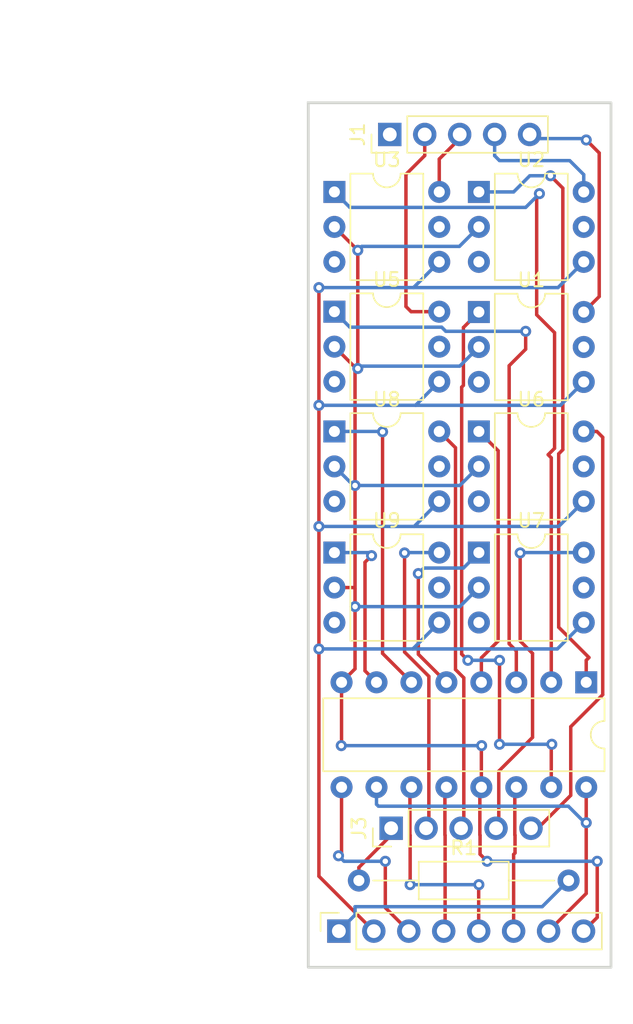
<source format=kicad_pcb>
(kicad_pcb (version 20211014) (generator pcbnew)
  (layers (0 "F.Cu" signal) (31 "B.Cu" signal) (34 "B.Paste" user) (35 "F.Paste" user) (36 "B.SilkS" user "B.Silkscreen") (37 "F.SilkS" user "F.Silkscreen") (38 "B.Mask" user) (39 "F.Mask" user) (44 "Edge.Cuts" user))
  (net 0 "")
  (net 4 "Net-(J1-Pad2)")
  (net 5 "Net-(J1-Pad3)")
  (net 6 "Net-(J1-Pad4)")
  (net 7 "Net-(J1-Pad5)")
  (net 8 "VAC")
  (net 9 "AC")
  (net 10 "Net-(J2-Pad3)")
  (net 11 "Net-(J2-Pad4)")
  (net 12 "Net-(J2-Pad5)")
  (net 13 "Net-(J2-Pad6)")
  (net 14 "+5V")
  (net 15 "GND")
  (net 16 "Net-(J3-Pad1)")
  (net 17 "Net-(J3-Pad2)")
  (net 18 "Net-(J3-Pad3)")
  (net 19 "Net-(J3-Pad4)")
  (net 20 "Net-(J3-Pad5)")
  (net 21 "Net-(U2-Pad1)")
  (net 22 "Net-(U3-Pad1)")
  (net 23 "Net-(U4-Pad3)")
  (net 24 "Net-(U4-Pad4)")
  (net 25 "Net-(U4-Pad5)")
  (net 26 "Net-(U4-Pad6)")
  (net 27 "Net-(U4-Pad7)")
  (net 28 "Net-(U1-Pad1)")
  (footprint "Package_DIP:DIP-6_W7.62mm" (layer "F.Cu") (at 141.9 87.6)
    (fp_text reference "U1" (at 3.81 -2.33) (layer "F.SilkS"))
    (fp_text value "MOC3021M")
    (fp_line (start 6.46 6.41) (end 6.46 -1.33) (layer "F.SilkS") (width 0.12))
    (fp_line (start 1.16 6.41) (end 6.46 6.41) (layer "F.SilkS") (width 0.12))
    (fp_line (start 1.16 -1.33) (end 1.16 6.41) (layer "F.SilkS") (width 0.12))
    (fp_line (start 6.46 -1.33) (end 4.81 -1.33) (layer "F.SilkS") (width 0.12))
    (fp_line (start 2.81 -1.33) (end 1.16 -1.33) (layer "F.SilkS") (width 0.12))
    (fp_arc (start 4.81 -1.33) (mid 3.81 -0.33) (end 2.81 -1.33) (layer "F.SilkS") (width 0.12))
    (pad "1" thru_hole rect (at 0 0) (size 1.6 1.6) (drill 0.8) (layers *.Cu *.Mask) (net 28 "Net-(U1-Pad1)"))
    (pad "2" thru_hole oval (at 0 2.54) (size 1.6 1.6) (drill 0.8) (layers *.Cu *.Mask) (net 15 "GND"))
    (pad "3" thru_hole oval (at 0 5.08) (size 1.6 1.6) (drill 0.8) (layers *.Cu *.Mask))
    (pad "4" thru_hole oval (at 7.62 5.08) (size 1.6 1.6) (drill 0.8) (layers *.Cu *.Mask) (net 9 "AC"))
    (pad "5" thru_hole oval (at 7.62 2.54) (size 1.6 1.6) (drill 0.8) (layers *.Cu *.Mask))
    (pad "6" thru_hole oval (at 7.62 0) (size 1.6 1.6) (drill 0.8) (layers *.Cu *.Mask) (net 7 "Net-(J1-Pad5)"))
  )
  (footprint "Connector_PinSocket_2.54mm:PinSocket_1x08_P2.54mm_Vertical" (layer "F.Cu") (at 131.725 132.575 90)
    (fp_text reference "J2" hide)
    (fp_text value "Conn_01x08_Male")
    (fp_line (start -1.33 19.11) (end 1.33 19.11) (layer "F.SilkS") (width 0.12))
    (fp_line (start 0 -1.33) (end 1.33 -1.33) (layer "F.SilkS") (width 0.12))
    (fp_line (start 1.33 -1.33) (end 1.33 0) (layer "F.SilkS") (width 0.12))
    (fp_line (start -1.33 1.27) (end 1.33 1.27) (layer "F.SilkS") (width 0.12))
    (fp_line (start 1.33 1.27) (end 1.33 19.11) (layer "F.SilkS") (width 0.12))
    (fp_line (start -1.33 1.27) (end -1.33 19.11) (layer "F.SilkS") (width 0.12))
    (pad "1" thru_hole rect (at 0 0 90) (size 1.7 1.7) (drill 1) (layers *.Cu *.Mask) (net 8 "VAC"))
    (pad "2" thru_hole oval (at 0 2.54 90) (size 1.7 1.7) (drill 1) (layers *.Cu *.Mask) (net 9 "AC"))
    (pad "3" thru_hole oval (at 0 5.08 90) (size 1.7 1.7) (drill 1) (layers *.Cu *.Mask) (net 10 "Net-(J2-Pad3)"))
    (pad "4" thru_hole oval (at 0 7.62 90) (size 1.7 1.7) (drill 1) (layers *.Cu *.Mask) (net 11 "Net-(J2-Pad4)"))
    (pad "5" thru_hole oval (at 0 10.16 90) (size 1.7 1.7) (drill 1) (layers *.Cu *.Mask) (net 12 "Net-(J2-Pad5)"))
    (pad "6" thru_hole oval (at 0 12.7 90) (size 1.7 1.7) (drill 1) (layers *.Cu *.Mask) (net 13 "Net-(J2-Pad6)"))
    (pad "7" thru_hole oval (at 0 15.24 90) (size 1.7 1.7) (drill 1) (layers *.Cu *.Mask) (net 14 "+5V"))
    (pad "8" thru_hole oval (at 0 17.78 90) (size 1.7 1.7) (drill 1) (layers *.Cu *.Mask) (net 15 "GND"))
  )
  (footprint "Package_DIP:DIP-6_W7.62mm" (layer "F.Cu") (at 141.9 105.075)
    (fp_text reference "U7" (at 3.81 -2.33) (layer "F.SilkS"))
    (fp_text value "MOC3021M")
    (fp_line (start 6.46 6.41) (end 6.46 -1.33) (layer "F.SilkS") (width 0.12))
    (fp_line (start 1.16 -1.33) (end 1.16 6.41) (layer "F.SilkS") (width 0.12))
    (fp_line (start 2.81 -1.33) (end 1.16 -1.33) (layer "F.SilkS") (width 0.12))
    (fp_line (start 6.46 -1.33) (end 4.81 -1.33) (layer "F.SilkS") (width 0.12))
    (fp_line (start 1.16 6.41) (end 6.46 6.41) (layer "F.SilkS") (width 0.12))
    (fp_arc (start 4.81 -1.33) (mid 3.81 -0.33) (end 2.81 -1.33) (layer "F.SilkS") (width 0.12))
    (pad "1" thru_hole rect (at 0 0) (size 1.6 1.6) (drill 0.8) (layers *.Cu *.Mask) (net 25 "Net-(U4-Pad5)"))
    (pad "2" thru_hole oval (at 0 2.54) (size 1.6 1.6) (drill 0.8) (layers *.Cu *.Mask) (net 15 "GND"))
    (pad "3" thru_hole oval (at 0 5.08) (size 1.6 1.6) (drill 0.8) (layers *.Cu *.Mask))
    (pad "4" thru_hole oval (at 7.62 5.08) (size 1.6 1.6) (drill 0.8) (layers *.Cu *.Mask) (net 9 "AC"))
    (pad "5" thru_hole oval (at 7.62 2.54) (size 1.6 1.6) (drill 0.8) (layers *.Cu *.Mask))
    (pad "6" thru_hole oval (at 7.62 0) (size 1.6 1.6) (drill 0.8) (layers *.Cu *.Mask) (net 19 "Net-(J3-Pad4)"))
  )
  (footprint "Package_DIP:DIP-6_W7.62mm" (layer "F.Cu") (at 131.4 105.075)
    (fp_text reference "U9" (at 3.81 -2.33) (layer "F.SilkS"))
    (fp_text value "MOC3021M")
    (fp_line (start 1.16 6.41) (end 6.46 6.41) (layer "F.SilkS") (width 0.12))
    (fp_line (start 1.16 -1.33) (end 1.16 6.41) (layer "F.SilkS") (width 0.12))
    (fp_line (start 2.81 -1.33) (end 1.16 -1.33) (layer "F.SilkS") (width 0.12))
    (fp_line (start 6.46 -1.33) (end 4.81 -1.33) (layer "F.SilkS") (width 0.12))
    (fp_line (start 6.46 6.41) (end 6.46 -1.33) (layer "F.SilkS") (width 0.12))
    (fp_arc (start 4.81 -1.33) (mid 3.81 -0.33) (end 2.81 -1.33) (layer "F.SilkS") (width 0.12))
    (pad "1" thru_hole rect (at 0 0) (size 1.6 1.6) (drill 0.8) (layers *.Cu *.Mask) (net 27 "Net-(U4-Pad7)"))
    (pad "2" thru_hole oval (at 0 2.54) (size 1.6 1.6) (drill 0.8) (layers *.Cu *.Mask) (net 15 "GND"))
    (pad "3" thru_hole oval (at 0 5.08) (size 1.6 1.6) (drill 0.8) (layers *.Cu *.Mask))
    (pad "4" thru_hole oval (at 7.62 5.08) (size 1.6 1.6) (drill 0.8) (layers *.Cu *.Mask) (net 9 "AC"))
    (pad "5" thru_hole oval (at 7.62 2.54) (size 1.6 1.6) (drill 0.8) (layers *.Cu *.Mask))
    (pad "6" thru_hole oval (at 7.62 0) (size 1.6 1.6) (drill 0.8) (layers *.Cu *.Mask) (net 17 "Net-(J3-Pad2)"))
  )
  (footprint "Resistor_THT:R_Axial_DIN0207_L6.3mm_D2.5mm_P15.24mm_Horizontal" (layer "F.Cu") (at 133.18 128.9)
    (fp_text reference "R1" (at 7.62 -2.37) (layer "F.SilkS"))
    (fp_text value "10K")
    (fp_line (start 14.2 0) (end 10.89 0) (layer "F.SilkS") (width 0.12))
    (fp_line (start 10.89 -1.37) (end 4.35 -1.37) (layer "F.SilkS") (width 0.12))
    (fp_line (start 4.35 -1.37) (end 4.35 1.37) (layer "F.SilkS") (width 0.12))
    (fp_line (start 1.04 0) (end 4.35 0) (layer "F.SilkS") (width 0.12))
    (fp_line (start 10.89 1.37) (end 10.89 -1.37) (layer "F.SilkS") (width 0.12))
    (fp_line (start 4.35 1.37) (end 10.89 1.37) (layer "F.SilkS") (width 0.12))
    (pad "1" thru_hole circle (at 0 0) (size 1.6 1.6) (drill 0.8) (layers *.Cu *.Mask) (net 16 "Net-(J3-Pad1)"))
    (pad "2" thru_hole oval (at 15.24 0) (size 1.6 1.6) (drill 0.8) (layers *.Cu *.Mask) (net 8 "VAC"))
  )
  (footprint "Package_DIP:DIP-6_W7.62mm" (layer "F.Cu") (at 141.9 78.875)
    (fp_text reference "U2" (at 3.81 -2.33) (layer "F.SilkS"))
    (fp_text value "MOC3021M")
    (fp_line (start 1.16 -1.33) (end 1.16 6.41) (layer "F.SilkS") (width 0.12))
    (fp_line (start 6.46 -1.33) (end 4.81 -1.33) (layer "F.SilkS") (width 0.12))
    (fp_line (start 1.16 6.41) (end 6.46 6.41) (layer "F.SilkS") (width 0.12))
    (fp_line (start 6.46 6.41) (end 6.46 -1.33) (layer "F.SilkS") (width 0.12))
    (fp_line (start 2.81 -1.33) (end 1.16 -1.33) (layer "F.SilkS") (width 0.12))
    (fp_arc (start 4.81 -1.33) (mid 3.81 -0.33) (end 2.81 -1.33) (layer "F.SilkS") (width 0.12))
    (pad "1" thru_hole rect (at 0 0) (size 1.6 1.6) (drill 0.8) (layers *.Cu *.Mask) (net 21 "Net-(U2-Pad1)"))
    (pad "2" thru_hole oval (at 0 2.54) (size 1.6 1.6) (drill 0.8) (layers *.Cu *.Mask) (net 15 "GND"))
    (pad "3" thru_hole oval (at 0 5.08) (size 1.6 1.6) (drill 0.8) (layers *.Cu *.Mask))
    (pad "4" thru_hole oval (at 7.62 5.08) (size 1.6 1.6) (drill 0.8) (layers *.Cu *.Mask) (net 9 "AC"))
    (pad "5" thru_hole oval (at 7.62 2.54) (size 1.6 1.6) (drill 0.8) (layers *.Cu *.Mask))
    (pad "6" thru_hole oval (at 7.62 0) (size 1.6 1.6) (drill 0.8) (layers *.Cu *.Mask) (net 6 "Net-(J1-Pad4)"))
  )
  (footprint "Package_DIP:DIP-6_W7.62mm" (layer "F.Cu") (at 131.4 96.275)
    (fp_text reference "U8" (at 3.81 -2.33) (layer "F.SilkS"))
    (fp_text value "MOC3021M")
    (fp_line (start 6.46 6.41) (end 6.46 -1.33) (layer "F.SilkS") (width 0.12))
    (fp_line (start 1.16 6.41) (end 6.46 6.41) (layer "F.SilkS") (width 0.12))
    (fp_line (start 6.46 -1.33) (end 4.81 -1.33) (layer "F.SilkS") (width 0.12))
    (fp_line (start 1.16 -1.33) (end 1.16 6.41) (layer "F.SilkS") (width 0.12))
    (fp_line (start 2.81 -1.33) (end 1.16 -1.33) (layer "F.SilkS") (width 0.12))
    (fp_arc (start 4.81 -1.33) (mid 3.81 -0.33) (end 2.81 -1.33) (layer "F.SilkS") (width 0.12))
    (pad "1" thru_hole rect (at 0 0) (size 1.6 1.6) (drill 0.8) (layers *.Cu *.Mask) (net 26 "Net-(U4-Pad6)"))
    (pad "2" thru_hole oval (at 0 2.54) (size 1.6 1.6) (drill 0.8) (layers *.Cu *.Mask) (net 15 "GND"))
    (pad "3" thru_hole oval (at 0 5.08) (size 1.6 1.6) (drill 0.8) (layers *.Cu *.Mask))
    (pad "4" thru_hole oval (at 7.62 5.08) (size 1.6 1.6) (drill 0.8) (layers *.Cu *.Mask) (net 9 "AC"))
    (pad "5" thru_hole oval (at 7.62 2.54) (size 1.6 1.6) (drill 0.8) (layers *.Cu *.Mask))
    (pad "6" thru_hole oval (at 7.62 0) (size 1.6 1.6) (drill 0.8) (layers *.Cu *.Mask) (net 18 "Net-(J3-Pad3)"))
  )
  (footprint "Connector_PinHeader_2.54mm:PinHeader_1x05_P2.54mm_Vertical" (layer "F.Cu") (at 135.525 125.1 90)
    (fp_text reference "J3" (at 0 -2.33 90) (layer "F.SilkS"))
    (fp_text value "Conn_01x05_Male")
    (fp_line (start -1.33 0) (end -1.33 -1.33) (layer "F.SilkS") (width 0.12))
    (fp_line (start -1.33 -1.33) (end 0 -1.33) (layer "F.SilkS") (width 0.12))
    (fp_line (start -1.33 1.27) (end -1.33 11.49) (layer "F.SilkS") (width 0.12))
    (fp_line (start -1.33 11.49) (end 1.33 11.49) (layer "F.SilkS") (width 0.12))
    (fp_line (start -1.33 1.27) (end 1.33 1.27) (layer "F.SilkS") (width 0.12))
    (fp_line (start 1.33 1.27) (end 1.33 11.49) (layer "F.SilkS") (width 0.12))
    (pad "1" thru_hole rect (at 0 0 90) (size 1.7 1.7) (drill 1) (layers *.Cu *.Mask) (net 16 "Net-(J3-Pad1)"))
    (pad "2" thru_hole oval (at 0 2.54 90) (size 1.7 1.7) (drill 1) (layers *.Cu *.Mask) (net 17 "Net-(J3-Pad2)"))
    (pad "3" thru_hole oval (at 0 5.08 90) (size 1.7 1.7) (drill 1) (layers *.Cu *.Mask) (net 18 "Net-(J3-Pad3)"))
    (pad "4" thru_hole oval (at 0 7.62 90) (size 1.7 1.7) (drill 1) (layers *.Cu *.Mask) (net 19 "Net-(J3-Pad4)"))
    (pad "5" thru_hole oval (at 0 10.16 90) (size 1.7 1.7) (drill 1) (layers *.Cu *.Mask) (net 20 "Net-(J3-Pad5)"))
  )
  (footprint "Package_DIP:DIP-6_W7.62mm" (layer "F.Cu") (at 141.9 96.275)
    (fp_text reference "U6" (at 3.81 -2.33) (layer "F.SilkS"))
    (fp_text value "MOC3021M")
    (fp_line (start 6.46 -1.33) (end 4.81 -1.33) (layer "F.SilkS") (width 0.12))
    (fp_line (start 1.16 -1.33) (end 1.16 6.41) (layer "F.SilkS") (width 0.12))
    (fp_line (start 2.81 -1.33) (end 1.16 -1.33) (layer "F.SilkS") (width 0.12))
    (fp_line (start 6.46 6.41) (end 6.46 -1.33) (layer "F.SilkS") (width 0.12))
    (fp_line (start 1.16 6.41) (end 6.46 6.41) (layer "F.SilkS") (width 0.12))
    (fp_arc (start 4.81 -1.33) (mid 3.81 -0.33) (end 2.81 -1.33) (layer "F.SilkS") (width 0.12))
    (pad "1" thru_hole rect (at 0 0) (size 1.6 1.6) (drill 0.8) (layers *.Cu *.Mask) (net 24 "Net-(U4-Pad4)"))
    (pad "2" thru_hole oval (at 0 2.54) (size 1.6 1.6) (drill 0.8) (layers *.Cu *.Mask) (net 15 "GND"))
    (pad "3" thru_hole oval (at 0 5.08) (size 1.6 1.6) (drill 0.8) (layers *.Cu *.Mask))
    (pad "4" thru_hole oval (at 7.62 5.08) (size 1.6 1.6) (drill 0.8) (layers *.Cu *.Mask) (net 9 "AC"))
    (pad "5" thru_hole oval (at 7.62 2.54) (size 1.6 1.6) (drill 0.8) (layers *.Cu *.Mask))
    (pad "6" thru_hole oval (at 7.62 0) (size 1.6 1.6) (drill 0.8) (layers *.Cu *.Mask) (net 20 "Net-(J3-Pad5)"))
  )
  (footprint "Package_DIP:DIP-6_W7.62mm" (layer "F.Cu") (at 131.4 87.575)
    (fp_text reference "U5" (at 3.81 -2.33) (layer "F.SilkS"))
    (fp_text value "MOC3021M")
    (fp_line (start 6.46 6.41) (end 6.46 -1.33) (layer "F.SilkS") (width 0.12))
    (fp_line (start 6.46 -1.33) (end 4.81 -1.33) (layer "F.SilkS") (width 0.12))
    (fp_line (start 1.16 -1.33) (end 1.16 6.41) (layer "F.SilkS") (width 0.12))
    (fp_line (start 2.81 -1.33) (end 1.16 -1.33) (layer "F.SilkS") (width 0.12))
    (fp_line (start 1.16 6.41) (end 6.46 6.41) (layer "F.SilkS") (width 0.12))
    (fp_arc (start 4.81 -1.33) (mid 3.81 -0.33) (end 2.81 -1.33) (layer "F.SilkS") (width 0.12))
    (pad "1" thru_hole rect (at 0 0) (size 1.6 1.6) (drill 0.8) (layers *.Cu *.Mask) (net 23 "Net-(U4-Pad3)"))
    (pad "2" thru_hole oval (at 0 2.54) (size 1.6 1.6) (drill 0.8) (layers *.Cu *.Mask) (net 15 "GND"))
    (pad "3" thru_hole oval (at 0 5.08) (size 1.6 1.6) (drill 0.8) (layers *.Cu *.Mask))
    (pad "4" thru_hole oval (at 7.62 5.08) (size 1.6 1.6) (drill 0.8) (layers *.Cu *.Mask) (net 9 "AC"))
    (pad "5" thru_hole oval (at 7.62 2.54) (size 1.6 1.6) (drill 0.8) (layers *.Cu *.Mask))
    (pad "6" thru_hole oval (at 7.62 0) (size 1.6 1.6) (drill 0.8) (layers *.Cu *.Mask) (net 4 "Net-(J1-Pad2)"))
  )
  (footprint "Connector_PinHeader_2.54mm:PinHeader_1x05_P2.54mm_Vertical" (layer "F.Cu") (at 135.425 74.7 90)
    (fp_text reference "J1" (at 0 -2.33 90) (layer "F.SilkS"))
    (fp_text value "Conn_01x05_Male")
    (fp_line (start 1.33 1.27) (end 1.33 11.49) (layer "F.SilkS") (width 0.12))
    (fp_line (start -1.33 0) (end -1.33 -1.33) (layer "F.SilkS") (width 0.12))
    (fp_line (start -1.33 -1.33) (end 0 -1.33) (layer "F.SilkS") (width 0.12))
    (fp_line (start -1.33 1.27) (end -1.33 11.49) (layer "F.SilkS") (width 0.12))
    (fp_line (start -1.33 1.27) (end 1.33 1.27) (layer "F.SilkS") (width 0.12))
    (fp_line (start -1.33 11.49) (end 1.33 11.49) (layer "F.SilkS") (width 0.12))
    (pad "1" thru_hole rect (at 0 0 90) (size 1.7 1.7) (drill 1) (layers *.Cu *.Mask))
    (pad "2" thru_hole oval (at 0 2.54 90) (size 1.7 1.7) (drill 1) (layers *.Cu *.Mask) (net 4 "Net-(J1-Pad2)"))
    (pad "3" thru_hole oval (at 0 5.08 90) (size 1.7 1.7) (drill 1) (layers *.Cu *.Mask) (net 5 "Net-(J1-Pad3)"))
    (pad "4" thru_hole oval (at 0 7.62 90) (size 1.7 1.7) (drill 1) (layers *.Cu *.Mask) (net 6 "Net-(J1-Pad4)"))
    (pad "5" thru_hole oval (at 0 10.16 90) (size 1.7 1.7) (drill 1) (layers *.Cu *.Mask) (net 7 "Net-(J1-Pad5)"))
  )
  (footprint "Package_DIP:DIP-16_W7.62mm" (layer "F.Cu") (at 149.7 114.5 -90)
    (fp_text reference "U4" hide)
    (fp_text value "74HC595")
    (fp_line (start 1.16 -1.33) (end 1.16 19.11) (layer "F.SilkS") (width 0.12))
    (fp_line (start 1.16 19.11) (end 6.46 19.11) (layer "F.SilkS") (width 0.12))
    (fp_line (start 6.46 -1.33) (end 4.81 -1.33) (layer "F.SilkS") (width 0.12))
    (fp_line (start 6.46 19.11) (end 6.46 -1.33) (layer "F.SilkS") (width 0.12))
    (fp_line (start 2.81 -1.33) (end 1.16 -1.33) (layer "F.SilkS") (width 0.12))
    (fp_arc (start 4.81 -1.33) (mid 3.81 -0.33) (end 2.81 -1.33) (layer "F.SilkS") (width 0.12))
    (pad "1" thru_hole rect locked (at 0 0 270) (size 1.6 1.6) (drill 0.8) (layers *.Cu *.Mask) (net 21 "Net-(U2-Pad1)"))
    (pad "2" thru_hole oval locked (at 0 2.54 270) (size 1.6 1.6) (drill 0.8) (layers *.Cu *.Mask) (net 22 "Net-(U3-Pad1)"))
    (pad "3" thru_hole oval locked (at 0 5.08 270) (size 1.6 1.6) (drill 0.8) (layers *.Cu *.Mask) (net 23 "Net-(U4-Pad3)"))
    (pad "4" thru_hole oval locked (at 0 7.62 270) (size 1.6 1.6) (drill 0.8) (layers *.Cu *.Mask) (net 24 "Net-(U4-Pad4)"))
    (pad "5" thru_hole oval locked (at 0 10.16 270) (size 1.6 1.6) (drill 0.8) (layers *.Cu *.Mask) (net 25 "Net-(U4-Pad5)"))
    (pad "6" thru_hole oval locked (at 0 12.7 270) (size 1.6 1.6) (drill 0.8) (layers *.Cu *.Mask) (net 26 "Net-(U4-Pad6)"))
    (pad "7" thru_hole oval locked (at 0 15.24 270) (size 1.6 1.6) (drill 0.8) (layers *.Cu *.Mask) (net 27 "Net-(U4-Pad7)"))
    (pad "8" thru_hole oval locked (at 0 17.78 270) (size 1.6 1.6) (drill 0.8) (layers *.Cu *.Mask) (net 15 "GND"))
    (pad "9" thru_hole oval locked (at 7.62 17.78 270) (size 1.6 1.6) (drill 0.8) (layers *.Cu *.Mask) (net 10 "Net-(J2-Pad3)"))
    (pad "10" thru_hole oval locked (at 7.62 15.24 270) (size 1.6 1.6) (drill 0.8) (layers *.Cu *.Mask) (net 14 "+5V"))
    (pad "11" thru_hole oval locked (at 7.62 12.7 270) (size 1.6 1.6) (drill 0.8) (layers *.Cu *.Mask) (net 12 "Net-(J2-Pad5)"))
    (pad "12" thru_hole oval locked (at 7.62 10.16 270) (size 1.6 1.6) (drill 0.8) (layers *.Cu *.Mask) (net 11 "Net-(J2-Pad4)"))
    (pad "13" thru_hole oval locked (at 7.62 7.62 270) (size 1.6 1.6) (drill 0.8) (layers *.Cu *.Mask) (net 15 "GND"))
    (pad "14" thru_hole oval locked (at 7.62 5.08 270) (size 1.6 1.6) (drill 0.8) (layers *.Cu *.Mask) (net 13 "Net-(J2-Pad6)"))
    (pad "15" thru_hole oval locked (at 7.62 2.54 270) (size 1.6 1.6) (drill 0.8) (layers *.Cu *.Mask) (net 28 "Net-(U1-Pad1)"))
    (pad "16" thru_hole oval locked (at 7.62 0 270) (size 1.6 1.6) (drill 0.8) (layers *.Cu *.Mask) (net 14 "+5V"))
  )
  (footprint "Package_DIP:DIP-6_W7.62mm" (layer "F.Cu") (at 131.4 78.875)
    (fp_text reference "U3" (at 3.81 -2.33) (layer "F.SilkS"))
    (fp_text value "MOC3021M")
    (fp_line (start 6.46 6.41) (end 6.46 -1.33) (layer "F.SilkS") (width 0.12))
    (fp_line (start 6.46 -1.33) (end 4.81 -1.33) (layer "F.SilkS") (width 0.12))
    (fp_line (start 1.16 -1.33) (end 1.16 6.41) (layer "F.SilkS") (width 0.12))
    (fp_line (start 2.81 -1.33) (end 1.16 -1.33) (layer "F.SilkS") (width 0.12))
    (fp_line (start 1.16 6.41) (end 6.46 6.41) (layer "F.SilkS") (width 0.12))
    (fp_arc (start 4.81 -1.33) (mid 3.81 -0.33) (end 2.81 -1.33) (layer "F.SilkS") (width 0.12))
    (pad "1" thru_hole rect (at 0 0) (size 1.6 1.6) (drill 0.8) (layers *.Cu *.Mask) (net 22 "Net-(U3-Pad1)"))
    (pad "2" thru_hole oval (at 0 2.54) (size 1.6 1.6) (drill 0.8) (layers *.Cu *.Mask) (net 15 "GND"))
    (pad "3" thru_hole oval (at 0 5.08) (size 1.6 1.6) (drill 0.8) (layers *.Cu *.Mask))
    (pad "4" thru_hole oval (at 7.62 5.08) (size 1.6 1.6) (drill 0.8) (layers *.Cu *.Mask) (net 9 "AC"))
    (pad "5" thru_hole oval (at 7.62 2.54) (size 1.6 1.6) (drill 0.8) (layers *.Cu *.Mask))
    (pad "6" thru_hole oval (at 7.62 0) (size 1.6 1.6) (drill 0.8) (layers *.Cu *.Mask) (net 5 "Net-(J1-Pad3)"))
  )
  (gr_rect (start 129.5 72.4) (end 151.5 135.2) (layer "Edge.Cuts") (width 0.2) (fill none))
  (segment (start 136.975 87.575) (end 136.6 87.2) (width 0.25) (layer "F.Cu") (net 4))
  (segment (start 137.965 76.235) (end 137.965 75) (width 0.25) (layer "F.Cu") (net 4))
  (segment (start 136.6 77.6) (end 137.965 76.235) (width 0.25) (layer "F.Cu") (net 4))
  (segment (start 139.02 87.575) (end 136.975 87.575) (width 0.25) (layer "F.Cu") (net 4))
  (segment (start 136.6 87.2) (end 136.6 77.6) (width 0.25) (layer "F.Cu") (net 4))
  (segment (start 139.02 76.485) (end 140.505 75) (width 0.25) (layer "F.Cu") (net 5))
  (segment (start 139.02 78.875) (end 139.02 76.485) (width 0.25) (layer "F.Cu") (net 5))
  (segment (start 143.045 76.245) (end 143.045 75) (width 0.25) (layer "B.Cu") (net 6))
  (segment (start 148.5 76.6) (end 143.4 76.6) (width 0.25) (layer "B.Cu") (net 6))
  (segment (start 149.52 78.875) (end 149.52 77.62) (width 0.25) (layer "B.Cu") (net 6))
  (segment (start 149.52 77.62) (end 148.5 76.6) (width 0.25) (layer "B.Cu") (net 6))
  (segment (start 143.4 76.6) (end 143.045 76.245) (width 0.25) (layer "B.Cu") (net 6))
  (segment (start 149.52 87.6) (end 150.644511 86.475489) (width 0.25) (layer "F.Cu") (net 7))
  (segment (start 150.644511 76.044511) (end 149.7 75.1) (width 0.25) (layer "F.Cu") (net 7))
  (segment (start 150.644511 86.475489) (end 150.644511 76.044511) (width 0.25) (layer "F.Cu") (net 7))
  (via (at 149.7 75.1) (size 0.8) (drill 0.4) (layers "F.Cu" "B.Cu") (net 7))
  (segment (start 149.7 75.1) (end 149.6 75) (width 0.25) (layer "B.Cu") (net 7))
  (segment (start 149.6 75) (end 145.585 75) (width 0.25) (layer "B.Cu") (net 7))
  (segment (start 132.9 131.4) (end 132.9 130.8) (width 0.25) (layer "B.Cu") (net 8))
  (segment (start 131.725 132.575) (end 132.9 131.4) (width 0.25) (layer "B.Cu") (net 8))
  (segment (start 148.4 128.9) (end 148.42 128.9) (width 0.25) (layer "B.Cu") (net 8))
  (segment (start 146.5 130.8) (end 148.4 128.9) (width 0.25) (layer "B.Cu") (net 8))
  (segment (start 132.9 130.8) (end 146.5 130.8) (width 0.25) (layer "B.Cu") (net 8))
  (segment (start 130.275489 128.585489) (end 130.275489 85.824511) (width 0.25) (layer "F.Cu") (net 9))
  (segment (start 134.265 132.575) (end 130.275489 128.585489) (width 0.25) (layer "F.Cu") (net 9))
  (via (at 130.275489 112.075489) (size 0.8) (drill 0.4) (layers "F.Cu" "B.Cu") (net 9))
  (via (at 130.275489 94.375489) (size 0.8) (drill 0.4) (layers "F.Cu" "B.Cu") (net 9))
  (via (at 130.275489 103.175489) (size 0.8) (drill 0.4) (layers "F.Cu" "B.Cu") (net 9))
  (via (at 130.275489 85.824511) (size 0.8) (drill 0.4) (layers "F.Cu" "B.Cu") (net 9))
  (segment (start 137.150489 85.824511) (end 147.650489 85.824511) (width 0.25) (layer "B.Cu") (net 9))
  (segment (start 137.299511 94.375489) (end 147.824511 94.375489) (width 0.25) (layer "B.Cu") (net 9))
  (segment (start 130.275489 103.175489) (end 137.199511 103.175489) (width 0.25) (layer "B.Cu") (net 9))
  (segment (start 130.275489 85.824511) (end 137.150489 85.824511) (width 0.25) (layer "B.Cu") (net 9))
  (segment (start 147.599511 112.075489) (end 149.52 110.155) (width 0.25) (layer "B.Cu") (net 9))
  (segment (start 147.824511 94.375489) (end 149.52 92.68) (width 0.25) (layer "B.Cu") (net 9))
  (segment (start 137.099511 112.075489) (end 139.02 110.155) (width 0.25) (layer "B.Cu") (net 9))
  (segment (start 137.199511 103.175489) (end 147.699511 103.175489) (width 0.25) (layer "B.Cu") (net 9))
  (segment (start 137.199511 103.175489) (end 139.02 101.355) (width 0.25) (layer "B.Cu") (net 9))
  (segment (start 137.299511 94.375489) (end 139.02 92.655) (width 0.25) (layer "B.Cu") (net 9))
  (segment (start 147.699511 103.175489) (end 149.52 101.355) (width 0.25) (layer "B.Cu") (net 9))
  (segment (start 130.275489 94.375489) (end 137.299511 94.375489) (width 0.25) (layer "B.Cu") (net 9))
  (segment (start 147.650489 85.824511) (end 149.52 83.955) (width 0.25) (layer "B.Cu") (net 9))
  (segment (start 130.275489 112.075489) (end 137.099511 112.075489) (width 0.25) (layer "B.Cu") (net 9))
  (segment (start 137.150489 85.824511) (end 139.02 83.955) (width 0.25) (layer "B.Cu") (net 9))
  (segment (start 137.099511 112.075489) (end 147.599511 112.075489) (width 0.25) (layer "B.Cu") (net 9))
  (segment (start 131.7 127.1) (end 131.92 126.88) (width 0.25) (layer "F.Cu") (net 10))
  (segment (start 131.92 126.88) (end 131.92 122.12) (width 0.25) (layer "F.Cu") (net 10))
  (segment (start 135.1 130.87) (end 135.1 127.5) (width 0.25) (layer "F.Cu") (net 10))
  (segment (start 136.805 132.575) (end 135.1 130.87) (width 0.25) (layer "F.Cu") (net 10))
  (via (at 135.1 127.5) (size 0.8) (drill 0.4) (layers "F.Cu" "B.Cu") (net 10))
  (via (at 131.7 127.1) (size 0.8) (drill 0.4) (layers "F.Cu" "B.Cu") (net 10))
  (segment (start 132.1 127.5) (end 131.695 127.095) (width 0.25) (layer "B.Cu") (net 10))
  (segment (start 135.1 127.5) (end 132.1 127.5) (width 0.25) (layer "B.Cu") (net 10))
  (segment (start 131.695 127.095) (end 131.7 127.1) (width 0.25) (layer "B.Cu") (net 10))
  (segment (start 139.430489 125.586499) (end 139.430489 122.229511) (width 0.25) (layer "F.Cu") (net 11))
  (segment (start 139.446 125.60201) (end 139.430489 125.586499) (width 0.25) (layer "F.Cu") (net 11))
  (segment (start 139.446 132.474) (end 139.446 125.60201) (width 0.25) (layer "F.Cu") (net 11))
  (segment (start 139.345 132.575) (end 139.446 132.474) (width 0.25) (layer "F.Cu") (net 11))
  (segment (start 139.430489 122.229511) (end 139.54 122.12) (width 0.25) (layer "F.Cu") (net 11))
  (segment (start 136.890489 122.229511) (end 137 122.12) (width 0.25) (layer "F.Cu") (net 12))
  (segment (start 141.885 129.215) (end 141.9 129.2) (width 0.25) (layer "F.Cu") (net 12))
  (segment (start 141.885 132.575) (end 141.885 129.215) (width 0.25) (layer "F.Cu") (net 12))
  (segment (start 136.890489 125.586499) (end 136.890489 122.229511) (width 0.25) (layer "F.Cu") (net 12))
  (segment (start 136.906 129.006) (end 136.906 125.60201) (width 0.25) (layer "F.Cu") (net 12))
  (segment (start 136.906 125.60201) (end 136.890489 125.586499) (width 0.25) (layer "F.Cu") (net 12))
  (via (at 136.9 129.2) (size 0.8) (drill 0.4) (layers "F.Cu" "B.Cu") (net 12))
  (via (at 141.9 129.2) (size 0.8) (drill 0.4) (layers "F.Cu" "B.Cu") (net 12))
  (segment (start 136.8 129.1) (end 136.9 129.2) (width 0.25) (layer "B.Cu") (net 12))
  (segment (start 141.9 129.2) (end 136.9 129.2) (width 0.25) (layer "B.Cu") (net 12))
  (segment (start 144.425 127.001) (end 144.526 126.9) (width 0.25) (layer "F.Cu") (net 13))
  (segment (start 144.526 125.60201) (end 144.510489 125.586499) (width 0.25) (layer "F.Cu") (net 13))
  (segment (start 144.425 132.575) (end 144.425 127.001) (width 0.25) (layer "F.Cu") (net 13))
  (segment (start 144.526 126.9) (end 144.526 125.60201) (width 0.25) (layer "F.Cu") (net 13))
  (segment (start 144.510489 125.586499) (end 144.510489 122.229511) (width 0.25) (layer "F.Cu") (net 13))
  (segment (start 144.510489 122.229511) (end 144.62 122.12) (width 0.25) (layer "F.Cu") (net 13))
  (segment locked (start 149.7 129.84) (end 149.7 122.12) (width 0.25) (layer "F.Cu") (net 14))
  (segment (start 146.965 132.575) (end 149.7 129.84) (width 0.25) (layer "F.Cu") (net 14))
  (via (at 149.7 124.7) (size 0.8) (drill 0.4) (layers "F.Cu" "B.Cu") (net 14))
  (segment (start 149.6 124.7) (end 149.7 124.7) (width 0.25) (layer "B.Cu") (net 14))
  (segment (start 148.4 123.5) (end 149.6 124.7) (width 0.25) (layer "B.Cu") (net 14))
  (segment (start 134.6 123.5) (end 148.4 123.5) (width 0.25) (layer "B.Cu") (net 14))
  (segment (start 134.46 122.12) (end 134.46 123.36) (width 0.25) (layer "B.Cu") (net 14))
  (segment (start 134.46 123.36) (end 134.6 123.5) (width 0.25) (layer "B.Cu") (net 14))
  (segment (start 131.92 119.08) (end 131.92 114.5) (width 0.25) (layer "F.Cu") (net 15))
  (segment (start 141.970489 122.229511) (end 142.08 122.12) (width 0.25) (layer "F.Cu") (net 15))
  (segment (start 131.92 114.5) (end 132.9 113.52) (width 0.25) (layer "F.Cu") (net 15))
  (segment (start 141.986 126.986) (end 141.986 125.60201) (width 0.25) (layer "F.Cu") (net 15))
  (segment (start 132.9 107.7) (end 132.815 107.615) (width 0.25) (layer "F.Cu") (net 15))
  (segment (start 142.08 119.12) (end 142.1 119.1) (width 0.25) (layer "F.Cu") (net 15))
  (segment (start 142.5 127.5) (end 141.986 126.986) (width 0.25) (layer "F.Cu") (net 15))
  (segment (start 133.015 91.615) (end 133.1 91.7) (width 0.25) (layer "F.Cu") (net 15))
  (segment (start 132.9 107.7) (end 132.9 91.615) (width 0.25) (layer "F.Cu") (net 15))
  (segment (start 132.9 91.615) (end 133.015 91.615) (width 0.25) (layer "F.Cu") (net 15))
  (segment (start 132.9 91.615) (end 131.4 90.115) (width 0.25) (layer "F.Cu") (net 15))
  (segment (start 133.1 83.115) (end 131.4 81.415) (width 0.25) (layer "F.Cu") (net 15))
  (segment (start 142.08 122.12) (end 142.08 119.12) (width 0.25) (layer "F.Cu") (net 15))
  (segment (start 133.1 91.7) (end 133.1 83.115) (width 0.25) (layer "F.Cu") (net 15))
  (segment (start 150.5 131.58) (end 150.5 127.5) (width 0.25) (layer "F.Cu") (net 15))
  (segment (start 132.9 109) (end 132.9 107.7) (width 0.25) (layer "F.Cu") (net 15))
  (segment (start 131.9 119.1) (end 131.92 119.08) (width 0.25) (layer "F.Cu") (net 15))
  (segment (start 141.970489 125.586499) (end 141.970489 122.229511) (width 0.25) (layer "F.Cu") (net 15))
  (segment (start 141.986 125.60201) (end 141.970489 125.586499) (width 0.25) (layer "F.Cu") (net 15))
  (segment (start 132.9 113.52) (end 132.9 109) (width 0.25) (layer "F.Cu") (net 15))
  (segment (start 149.505 132.575) (end 150.5 131.58) (width 0.25) (layer "F.Cu") (net 15))
  (segment (start 132.815 107.615) (end 131.4 107.615) (width 0.25) (layer "F.Cu") (net 15))
  (via (at 131.9 119.1) (size 0.8) (drill 0.4) (layers "F.Cu" "B.Cu") (net 15))
  (via (at 150.5 127.5) (size 0.8) (drill 0.4) (layers "F.Cu" "B.Cu") (net 15))
  (via (at 142.1 119.1) (size 0.8) (drill 0.4) (layers "F.Cu" "B.Cu") (net 15))
  (via (at 133.1 91.7) (size 0.8) (drill 0.4) (layers "F.Cu" "B.Cu") (net 15))
  (via (at 132.9 109) (size 0.8) (drill 0.4) (layers "F.Cu" "B.Cu") (net 15))
  (via (at 132.9 100.2) (size 0.8) (drill 0.4) (layers "F.Cu" "B.Cu") (net 15))
  (via (at 133.1 83.115) (size 0.8) (drill 0.4) (layers "F.Cu" "B.Cu") (net 15))
  (via (at 142.5 127.5) (size 0.8) (drill 0.4) (layers "F.Cu" "B.Cu") (net 15))
  (segment (start 132.9 100.2) (end 140.515 100.2) (width 0.25) (layer "B.Cu") (net 15))
  (segment (start 140.515 109) (end 141.9 107.615) (width 0.25) (layer "B.Cu") (net 15))
  (segment (start 133.1 91.7) (end 133.269511 91.530489) (width 0.25) (layer "B.Cu") (net 15))
  (segment (start 140.509511 91.530489) (end 141.9 90.14) (width 0.25) (layer "B.Cu") (net 15))
  (segment (start 140.484511 82.830489) (end 141.9 81.415) (width 0.25) (layer "B.Cu") (net 15))
  (segment (start 132.9 100.2) (end 132.785 100.2) (width 0.25) (layer "B.Cu") (net 15))
  (segment (start 150.5 127.5) (end 142.6 127.5) (width 0.25) (layer "B.Cu") (net 15))
  (segment (start 132.785 100.2) (end 131.4 98.815) (width 0.25) (layer "B.Cu") (net 15))
  (segment (start 142.1 119.1) (end 131.9 119.1) (width 0.25) (layer "B.Cu") (net 15))
  (segment (start 133.1 83.115) (end 133.384511 82.830489) (width 0.25) (layer "B.Cu") (net 15))
  (segment (start 133.384511 82.830489) (end 140.484511 82.830489) (width 0.25) (layer "B.Cu") (net 15))
  (segment (start 133.269511 91.530489) (end 140.509511 91.530489) (width 0.25) (layer "B.Cu") (net 15))
  (segment (start 132.9 109) (end 140.515 109) (width 0.25) (layer "B.Cu") (net 15))
  (segment (start 142.6 127.5) (end 142.5 127.5) (width 0.25) (layer "B.Cu") (net 15))
  (segment (start 140.515 100.2) (end 141.9 98.815) (width 0.25) (layer "B.Cu") (net 15))
  (segment (start 133.18 127.945) (end 135.725 125.4) (width 0.25) (layer "F.Cu") (net 16))
  (segment (start 133.18 128.9) (end 133.18 127.945) (width 0.25) (layer "F.Cu") (net 16))
  (segment (start 138.265 114.065) (end 136.5 112.3) (width 0.25) (layer "F.Cu") (net 17))
  (segment (start 138.265 125.4) (end 138.265 114.065) (width 0.25) (layer "F.Cu") (net 17))
  (segment (start 136.5 112.3) (end 136.5 105.1) (width 0.25) (layer "F.Cu") (net 17))
  (via (at 136.5 105.1) (size 0.8) (drill 0.4) (layers "F.Cu" "B.Cu") (net 17))
  (segment (start 136.525 105.075) (end 139.02 105.075) (width 0.25) (layer "B.Cu") (net 17))
  (segment (start 136.5 105.1) (end 136.525 105.075) (width 0.25) (layer "B.Cu") (net 17))
  (segment (start 140.2 113.5697) (end 140.805 114.1747) (width 0.25) (layer "F.Cu") (net 18))
  (segment (start 139.02 96.275) (end 140.2 97.455) (width 0.25) (layer "F.Cu") (net 18))
  (segment (start 140.2 97.455) (end 140.2 113.5697) (width 0.25) (layer "F.Cu") (net 18))
  (segment (start 140.805 114.1747) (end 140.805 125.4) (width 0.25) (layer "F.Cu") (net 18))
  (segment (start 143.345 125.4) (end 143.345 120.955) (width 0.25) (layer "F.Cu") (net 19))
  (segment (start 145.8 118.5) (end 145.8 112.4) (width 0.25) (layer "F.Cu") (net 19))
  (segment (start 144.9 111.5) (end 144.9 105.1) (width 0.25) (layer "F.Cu") (net 19))
  (segment (start 145.8 112.4) (end 144.9 111.5) (width 0.25) (layer "F.Cu") (net 19))
  (segment (start 143.345 120.955) (end 145.8 118.5) (width 0.25) (layer "F.Cu") (net 19))
  (via (at 144.9 105.1) (size 0.8) (drill 0.4) (layers "F.Cu" "B.Cu") (net 19))
  (segment (start 144.925 105.075) (end 149.52 105.075) (width 0.25) (layer "B.Cu") (net 19))
  (segment (start 144.9 105.1) (end 144.925 105.075) (width 0.25) (layer "B.Cu") (net 19))
  (segment (start 145.885 125.4) (end 148.575489 122.709511) (width 0.25) (layer "F.Cu") (net 20))
  (segment (start 150.9 115.4) (end 150.9 96.7) (width 0.25) (layer "F.Cu") (net 20))
  (segment (start 148.575489 122.709511) (end 148.575489 117.724511) (width 0.25) (layer "F.Cu") (net 20))
  (segment (start 148.575489 117.724511) (end 150.9 115.4) (width 0.25) (layer "F.Cu") (net 20))
  (segment (start 150.9 96.7) (end 150.475 96.275) (width 0.25) (layer "F.Cu") (net 20))
  (segment (start 150.475 96.275) (end 149.52 96.275) (width 0.25) (layer "F.Cu") (net 20))
  (segment (start 149.7 112.9) (end 149.7 114.5) (width 0.25) (layer "F.Cu") (net 21))
  (segment (start 149.9 112.7) (end 149.7 112.9) (width 0.25) (layer "F.Cu") (net 21))
  (segment (start 147.7 110.5) (end 149.9 112.7) (width 0.25) (layer "F.Cu") (net 21))
  (segment (start 148 97.6) (end 148 78.6) (width 0.25) (layer "F.Cu") (net 21))
  (segment (start 147.7 97.9) (end 147.7 110.5) (width 0.25) (layer "F.Cu") (net 21))
  (segment (start 148 78.6) (end 147.1 77.7) (width 0.25) (layer "F.Cu") (net 21))
  (segment (start 147.7 97.9) (end 148 97.6) (width 0.25) (layer "F.Cu") (net 21))
  (via (at 147.1 77.7) (size 0.8) (drill 0.4) (layers "F.Cu" "B.Cu") (net 21))
  (segment (start 147.1 77.7) (end 145.6 77.7) (width 0.25) (layer "B.Cu") (net 21))
  (segment (start 144.425 78.875) (end 141.9 78.875) (width 0.25) (layer "B.Cu") (net 21))
  (segment (start 145.6 77.7) (end 144.425 78.875) (width 0.25) (layer "B.Cu") (net 21))
  (segment (start 147.4 97.5) (end 147.4 89.1) (width 0.25) (layer "F.Cu") (net 22))
  (segment (start 146.2 78.9) (end 146.3 79) (width 0.25) (layer "F.Cu") (net 22))
  (segment (start 146.935 97.965) (end 147.4 97.5) (width 0.25) (layer "F.Cu") (net 22))
  (segment (start 147.16 114.5) (end 147.16 98.19) (width 0.25) (layer "F.Cu") (net 22))
  (segment (start 147.4 89.1) (end 146.1 87.8) (width 0.25) (layer "F.Cu") (net 22))
  (segment (start 147.16 98.19) (end 146.935 97.965) (width 0.25) (layer "F.Cu") (net 22))
  (segment (start 146.1 78.9) (end 146.2 78.9) (width 0.25) (layer "F.Cu") (net 22))
  (segment (start 146.1 87.8) (end 146.1 78.9) (width 0.25) (layer "F.Cu") (net 22))
  (via (at 146.3 79) (size 0.8) (drill 0.4) (layers "F.Cu" "B.Cu") (net 22))
  (segment (start 146.3 79) (end 145.300489 79.999511) (width 0.25) (layer "B.Cu") (net 22))
  (segment (start 132.524511 79.999511) (end 131.4 78.875) (width 0.25) (layer "B.Cu") (net 22))
  (segment (start 145.300489 79.999511) (end 132.524511 79.999511) (width 0.25) (layer "B.Cu") (net 22))
  (segment (start 145.3 90.3) (end 145.3 89) (width 0.25) (layer "F.Cu") (net 23))
  (segment (start 144.1 91.5) (end 145.3 90.3) (width 0.25) (layer "F.Cu") (net 23))
  (segment (start 144.1 111.7) (end 144.1 91.5) (width 0.25) (layer "F.Cu") (net 23))
  (segment (start 144.62 114.5) (end 144.62 112.22) (width 0.25) (layer "F.Cu") (net 23))
  (segment (start 144.62 112.22) (end 144.1 111.7) (width 0.25) (layer "F.Cu") (net 23))
  (via (at 145.3 89) (size 0.8) (drill 0.4) (layers "F.Cu" "B.Cu") (net 23))
  (segment (start 139.4953 89) (end 139.1953 88.7) (width 0.25) (layer "B.Cu") (net 23))
  (segment (start 145.3 89) (end 139.4953 89) (width 0.25) (layer "B.Cu") (net 23))
  (segment (start 132.525 88.7) (end 131.4 87.575) (width 0.25) (layer "B.Cu") (net 23))
  (segment (start 139.1953 88.7) (end 132.525 88.7) (width 0.25) (layer "B.Cu") (net 23))
  (segment (start 142.08 112.72) (end 142.08 114.5) (width 0.25) (layer "F.Cu") (net 24))
  (segment (start 141.9 96.275) (end 143.3 97.675) (width 0.25) (layer "F.Cu") (net 24))
  (segment (start 143.3 97.675) (end 143.3 111.5) (width 0.25) (layer "F.Cu") (net 24))
  (segment (start 143.3 111.5) (end 142.08 112.72) (width 0.25) (layer "F.Cu") (net 24))
  (segment (start 137.5 112.46) (end 137.5 106.6) (width 0.25) (layer "F.Cu") (net 25))
  (segment (start 139.54 114.5) (end 137.5 112.46) (width 0.25) (layer "F.Cu") (net 25))
  (via (at 137.5 106.6) (size 0.8) (drill 0.4) (layers "F.Cu" "B.Cu") (net 25))
  (segment (start 140.775489 106.199511) (end 137.900489 106.199511) (width 0.25) (layer "B.Cu") (net 25))
  (segment (start 137.900489 106.199511) (end 137.5 106.6) (width 0.25) (layer "B.Cu") (net 25))
  (segment (start 141.9 105.075) (end 140.775489 106.199511) (width 0.25) (layer "B.Cu") (net 25))
  (segment (start 134.9 112.4) (end 134.9 96.3) (width 0.25) (layer "F.Cu") (net 26))
  (segment (start 137 114.5) (end 134.9 112.4) (width 0.25) (layer "F.Cu") (net 26))
  (via (at 134.9 96.3) (size 0.8) (drill 0.4) (layers "F.Cu" "B.Cu") (net 26))
  (segment (start 134.9 96.3) (end 134.875 96.275) (width 0.25) (layer "B.Cu") (net 26))
  (segment (start 134.875 96.275) (end 131.4 96.275) (width 0.25) (layer "B.Cu") (net 26))
  (segment (start 133.624511 105.775489) (end 134.1 105.3) (width 0.25) (layer "F.Cu") (net 27))
  (segment (start 133.624511 113.664511) (end 133.624511 105.775489) (width 0.25) (layer "F.Cu") (net 27))
  (segment (start 134.46 114.5) (end 133.624511 113.664511) (width 0.25) (layer "F.Cu") (net 27))
  (via (at 134.1 105.3) (size 0.8) (drill 0.4) (layers "F.Cu" "B.Cu") (net 27))
  (segment (start 133.875 105.075) (end 131.4 105.075) (width 0.25) (layer "B.Cu") (net 27))
  (segment (start 134.1 105.3) (end 133.875 105.075) (width 0.25) (layer "B.Cu") (net 27))
  (segment (start 143.4 112.9) (end 143.4 119) (width 0.25) (layer "F.Cu") (net 28))
  (segment (start 147.2 119) (end 147.16 119.04) (width 0.25) (layer "F.Cu") (net 28))
  (segment (start 140.775489 92.929211) (end 140.64952 93.05518) (width 0.25) (layer "F.Cu") (net 28))
  (segment (start 140.64952 112.44952) (end 141.1 112.9) (width 0.25) (layer "F.Cu") (net 28))
  (segment (start 140.64952 93.05518) (end 140.64952 112.44952) (width 0.25) (layer "F.Cu") (net 28))
  (segment (start 140.775489 88.724511) (end 140.775489 92.929211) (width 0.25) (layer "F.Cu") (net 28))
  (segment (start 147.16 119.04) (end 147.16 122.12) (width 0.25) (layer "F.Cu") (net 28))
  (segment (start 141.9 87.6) (end 140.775489 88.724511) (width 0.25) (layer "F.Cu") (net 28))
  (via (at 147.2 119) (size 0.8) (drill 0.4) (layers "F.Cu" "B.Cu") (net 28))
  (via (at 143.4 119) (size 0.8) (drill 0.4) (layers "F.Cu" "B.Cu") (net 28))
  (via (at 143.4 112.9) (size 0.8) (drill 0.4) (layers "F.Cu" "B.Cu") (net 28))
  (via (at 141.1 112.9) (size 0.8) (drill 0.4) (layers "F.Cu" "B.Cu") (net 28))
  (segment (start 141.1 112.9) (end 143.4 112.9) (width 0.25) (layer "B.Cu") (net 28))
  (segment (start 143.4 119) (end 147.2 119) (width 0.25) (layer "B.Cu") (net 28))
)
</source>
